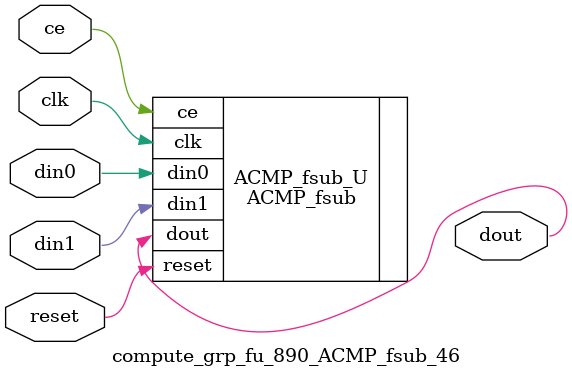
<source format=v>

`timescale 1 ns / 1 ps
module compute_grp_fu_890_ACMP_fsub_46(
    clk,
    reset,
    ce,
    din0,
    din1,
    dout);

parameter ID = 32'd1;
parameter NUM_STAGE = 32'd1;
parameter din0_WIDTH = 32'd1;
parameter din1_WIDTH = 32'd1;
parameter dout_WIDTH = 32'd1;
input clk;
input reset;
input ce;
input[din0_WIDTH - 1:0] din0;
input[din1_WIDTH - 1:0] din1;
output[dout_WIDTH - 1:0] dout;



ACMP_fsub #(
.ID( ID ),
.NUM_STAGE( 4 ),
.din0_WIDTH( din0_WIDTH ),
.din1_WIDTH( din1_WIDTH ),
.dout_WIDTH( dout_WIDTH ))
ACMP_fsub_U(
    .clk( clk ),
    .reset( reset ),
    .ce( ce ),
    .din0( din0 ),
    .din1( din1 ),
    .dout( dout ));

endmodule

</source>
